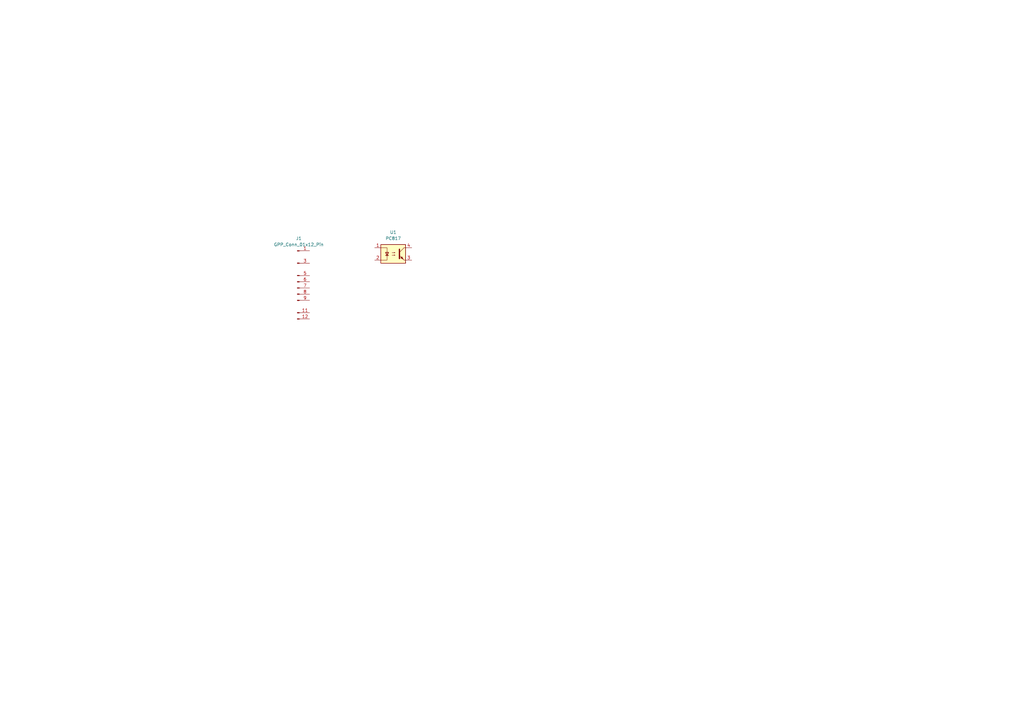
<source format=kicad_sch>
(kicad_sch (version 20250114) (generator "eeschema") (generator_version "9.0")
  (paper "A3")
  (lib_symbols
    (symbol "Isolator:PC817" (pin_names (offset 1.016))
      (property "Reference" "U" (at -5.08 5.08 0))
      (property "Value" "PC817" (at 0 5.08 0))
      (symbol "PC817_0_1"
        (rectangle (start -5.08 3.81) (end 5.08 -3.81) (stroke (width 0.254)) (fill (type background)))
        (polyline (pts (xy -5.08 2.54) (xy -2.54 2.54) (xy -2.54 -0.635)))
        (polyline (pts (xy -3.175 -0.635) (xy -1.905 -0.635)) (stroke (width 0.254)))
        (polyline (pts (xy -2.54 -0.635) (xy -2.54 -2.54) (xy -5.08 -2.54)))
        (polyline (pts (xy -2.54 -0.635) (xy -3.175 0.635) (xy -1.905 0.635) (xy -2.54 -0.635)) (stroke (width 0.254)))
        (polyline (pts (xy -0.508 0.508) (xy 0.762 0.508) (xy 0.381 0.381) (xy 0.381 0.635) (xy 0.762 0.508)))
        (polyline (pts (xy -0.508 -0.508) (xy 0.762 -0.508) (xy 0.381 -0.635) (xy 0.381 -0.381) (xy 0.762 -0.508)))
        (polyline (pts (xy 2.54 1.905) (xy 2.54 -1.905)) (stroke (width 0.508)))
        (polyline (pts (xy 2.54 0.635) (xy 4.445 2.54)))
        (polyline (pts (xy 3.048 -1.651) (xy 3.556 -1.143) (xy 4.064 -2.159) (xy 3.048 -1.651)) (fill (type outline)))
        (polyline (pts (xy 4.445 2.54) (xy 5.08 2.54)))
        (polyline (pts (xy 4.445 -2.54) (xy 2.54 -0.635)) (fill (type outline)))
        (polyline (pts (xy 4.445 -2.54) (xy 5.08 -2.54)))
      )
      (symbol "PC817_1_1"
        (pin passive line (at -7.62 2.54 0) (length 2.54) (name "~") (number "1"))
        (pin passive line (at -7.62 -2.54 0) (length 2.54) (name "~") (number "2"))
        (pin passive line (at 7.62 2.54 180) (length 2.54) (name "~") (number "4"))
        (pin passive line (at 7.62 -2.54 180) (length 2.54) (name "~") (number "3"))
      )
    )
    (symbol "tuxmio:IO_GPP_Conn_01x12_Pin" (pin_names (offset 1.016) (hide yes))
      (property "Reference" "J" (at 0 15.24 0))
      (property "Value" "GPP_Conn_01x12_Pin" (at 0 -17.78 0))
      (symbol "IO_GPP_Conn_01x12_Pin_1_1"
        (rectangle (start 0.8636 12.827) (end 0 12.573) (stroke (width 0.1524)) (fill (type outline)))
        (rectangle (start 0.8636 7.747) (end 0 7.493) (stroke (width 0.1524)) (fill (type outline)))
        (rectangle (start 0.8636 2.667) (end 0 2.413) (stroke (width 0.1524)) (fill (type outline)))
        (rectangle (start 0.8636 0.127) (end 0 -0.127) (stroke (width 0.1524)) (fill (type outline)))
        (rectangle (start 0.8636 -2.413) (end 0 -2.667) (stroke (width 0.1524)) (fill (type outline)))
        (rectangle (start 0.8636 -4.953) (end 0 -5.207) (stroke (width 0.1524)) (fill (type outline)))
        (rectangle (start 0.8636 -7.493) (end 0 -7.747) (stroke (width 0.1524)) (fill (type outline)))
        (rectangle (start 0.8636 -12.573) (end 0 -12.827) (stroke (width 0.1524)) (fill (type outline)))
        (rectangle (start 0.8636 -15.113) (end 0 -15.367) (stroke (width 0.1524)) (fill (type outline)))
        (polyline (pts (xy 1.27 12.7) (xy 0.8636 12.7)) (stroke (width 0.1524)))
        (polyline (pts (xy 1.27 7.62) (xy 0.8636 7.62)) (stroke (width 0.1524)))
        (polyline (pts (xy 1.27 2.54) (xy 0.8636 2.54)) (stroke (width 0.1524)))
        (polyline (pts (xy 1.27 0) (xy 0.8636 0)) (stroke (width 0.1524)))
        (polyline (pts (xy 1.27 -2.54) (xy 0.8636 -2.54)) (stroke (width 0.1524)))
        (polyline (pts (xy 1.27 -5.08) (xy 0.8636 -5.08)) (stroke (width 0.1524)))
        (polyline (pts (xy 1.27 -7.62) (xy 0.8636 -7.62)) (stroke (width 0.1524)))
        (polyline (pts (xy 1.27 -12.7) (xy 0.8636 -12.7)) (stroke (width 0.1524)))
        (polyline (pts (xy 1.27 -15.24) (xy 0.8636 -15.24)) (stroke (width 0.1524)))
        (pin passive line (at 5.08 12.7 180) (length 3.81) (name "IO") (number "1"))
        (pin passive line (at 5.08 7.62 180) (length 3.81) (name "GND1") (number "3"))
        (pin passive line (at 5.08 2.54 180) (length 3.81) (name "Diag") (number "5"))
        (pin passive line (at 5.08 0 180) (length 3.81) (name "-10V_b") (number "6"))
        (pin passive line (at 5.08 -2.54 180) (length 3.81) (name "0V_b") (number "7"))
        (pin passive line (at 5.08 -5.08 180) (length 3.81) (name "+10V_b") (number "8"))
        (pin passive line (at 5.08 -7.62 180) (length 3.81) (name "N/A_Pin_9") (number "9"))
        (pin passive line (at 5.08 -12.7 180) (length 3.81) (name "+24VDC") (number "11"))
        (pin passive line (at 5.08 -15.24 180) (length 3.81) (name "GND_24V") (number "12"))
      )
    )
  )
  (symbol (lib_id "tuxmio:IO_GPP_Conn_01x12_Pin") (at 121.92 115.57 0) (unit 1)
    (property "Reference" "J1" (at 122.555 97.79 0))
    (property "Value" "GPP_Conn_01x12_Pin" (at 122.555 100.33 0))
    (property "Footprint" "tuxmio:IO_GPP_connector_PinHeader_1x12_P2.54mm_Horizontal" (effects (hide yes)))
    (property "Description" "Generic connector, single row, 01x12, script generated" (effects (hide yes)))
  )
  (symbol (lib_id "Isolator:PC817") (at 161.29 104.14 0) (unit 1)
    (property "Reference" "U1" (at 161.29 95.25 0))
    (property "Value" "PC817" (at 161.29 97.79 0))
    (property "Footprint" "Package_DIP:DIP-4_W7.62mm_SMDSocket_SmallPads" (effects (hide yes)))
    (property "Datasheet" "http://www.soselectronic.cz/a_info/resource/d/pc817.pdf" (effects (hide yes)))
    (property "Description" "DC Optocoupler, Vce 35V, CTR 50-300%, DIP-4" (effects (hide yes)))
  )
)
</source>
